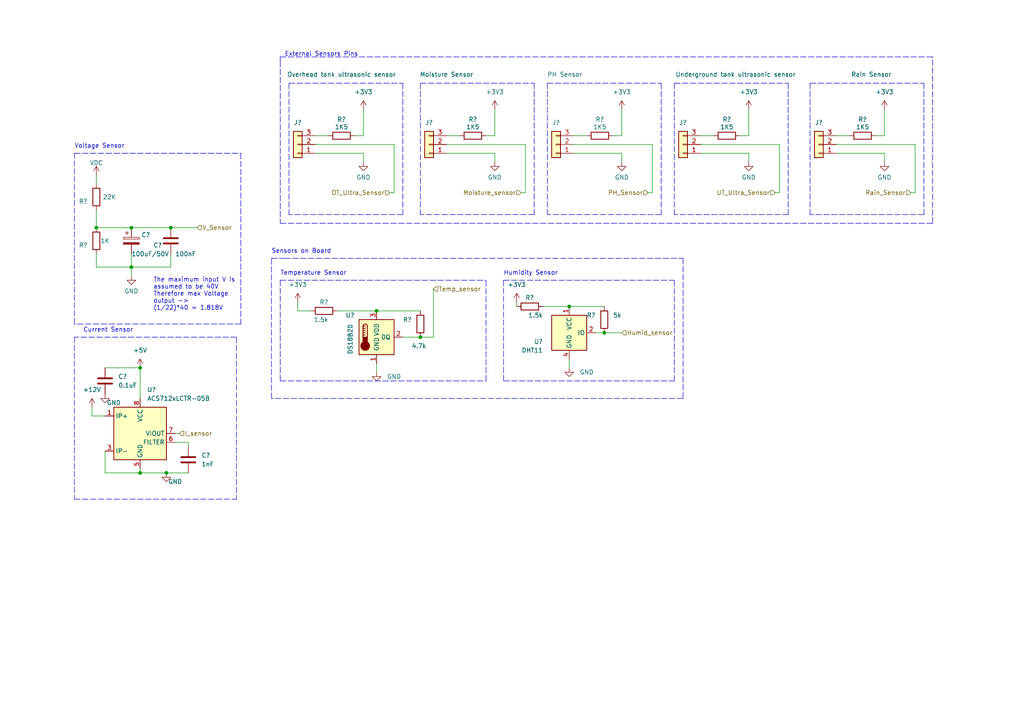
<source format=kicad_sch>
(kicad_sch (version 20211123) (generator eeschema)
  (paper "A4")
  (lib_symbols
    (symbol "Connector_Generic:Conn_01x03" (pin_names (offset 1.016) hide)
      (property "Reference" "J" (at 0 5.08 0))
      (property "Value" "Conn_01x03" (at 0 -5.08 0))
      (symbol "Conn_01x03_1_1"
        (rectangle (start -1.27 -2.413) (end 0 -2.667) (stroke (width 0.1524)))
        (rectangle (start -1.27 0.127) (end 0 -0.127) (stroke (width 0.1524)))
        (rectangle (start -1.27 2.667) (end 0 2.413) (stroke (width 0.1524)))
        (rectangle (start -1.27 3.81) (end 1.27 -3.81) (stroke (width 0.254)) (fill (type background)))
        (pin passive line (at -5.08 2.54 0) (length 3.81) (name "Pin_1") (number "1"))
        (pin passive line (at -5.08 0 0) (length 3.81) (name "Pin_2") (number "2"))
        (pin passive line (at -5.08 -2.54 0) (length 3.81) (name "Pin_3") (number "3"))
      )
    )
    (symbol "Device:C" (pin_numbers hide) (pin_names (offset 0.254))
      (property "Reference" "C" (at 0.635 2.54 0))
      (property "Value" "C" (at 0.635 -2.54 0))
      (symbol "C_0_1"
        (polyline (pts (xy -2.032 -0.762) (xy 2.032 -0.762)) (stroke (width 0.508)))
        (polyline (pts (xy -2.032 0.762) (xy 2.032 0.762)) (stroke (width 0.508)))
      )
      (symbol "C_1_1"
        (pin passive line (at 0 3.81 270) (length 2.794) (name "~") (number "1"))
        (pin passive line (at 0 -3.81 90) (length 2.794) (name "~") (number "2"))
      )
    )
    (symbol "Device:C_Polarized" (pin_numbers hide) (pin_names (offset 0.254))
      (property "Reference" "C" (at 0.635 2.54 0))
      (property "Value" "C_Polarized" (at 0.635 -2.54 0))
      (symbol "C_Polarized_0_1"
        (rectangle (start -2.286 0.508) (end 2.286 1.016))
        (polyline (pts (xy -1.778 2.286) (xy -0.762 2.286)))
        (polyline (pts (xy -1.27 2.794) (xy -1.27 1.778)))
        (rectangle (start 2.286 -0.508) (end -2.286 -1.016) (fill (type outline)))
      )
      (symbol "C_Polarized_1_1"
        (pin passive line (at 0 3.81 270) (length 2.794) (name "~") (number "1"))
        (pin passive line (at 0 -3.81 90) (length 2.794) (name "~") (number "2"))
      )
    )
    (symbol "Device:R" (pin_numbers hide) (pin_names (offset 0))
      (property "Reference" "R" (at 2.032 0 90))
      (property "Value" "R" (at 0 0 90))
      (symbol "R_0_1"
        (rectangle (start -1.016 -2.54) (end 1.016 2.54) (stroke (width 0.254)))
      )
      (symbol "R_1_1"
        (pin passive line (at 0 3.81 270) (length 1.27) (name "~") (number "1"))
        (pin passive line (at 0 -3.81 90) (length 1.27) (name "~") (number "2"))
      )
    )
    (symbol "Sensor:DHT11"
      (property "Reference" "U" (at -3.81 6.35 0))
      (property "Value" "DHT11" (at 3.81 6.35 0))
      (symbol "DHT11_0_1"
        (rectangle (start -5.08 5.08) (end 5.08 -5.08) (stroke (width 0.254)) (fill (type background)))
      )
      (symbol "DHT11_1_1"
        (pin power_in line (at 0 7.62 270) (length 2.54) (name "VCC") (number "1"))
        (pin bidirectional line (at 7.62 0 180) (length 2.54) (name "IO") (number "2"))
        (pin no_connect line (at -5.08 0 0) (length 2.54) hide (name "NC") (number "3"))
        (pin power_in line (at 0 -7.62 90) (length 2.54) (name "GND") (number "4"))
      )
    )
    (symbol "Sensor_Current:ACS712xLCTR-05B"
      (property "Reference" "U" (at 2.54 11.43 0))
      (property "Value" "ACS712xLCTR-05B" (at 2.54 8.89 0))
      (symbol "ACS712xLCTR-05B_0_1"
        (rectangle (start -7.62 7.62) (end 7.62 -7.62) (stroke (width 0.254)) (fill (type background)))
      )
      (symbol "ACS712xLCTR-05B_1_1"
        (pin passive line (at -10.16 5.08 0) (length 2.54) (name "IP+") (number "1"))
        (pin passive line (at -10.16 5.08 0) (length 2.54) hide (name "IP+") (number "2"))
        (pin passive line (at -10.16 -5.08 0) (length 2.54) (name "IP-") (number "3"))
        (pin passive line (at -10.16 -5.08 0) (length 2.54) hide (name "IP-") (number "4"))
        (pin power_in line (at 0 -10.16 90) (length 2.54) (name "GND") (number "5"))
        (pin passive line (at 10.16 -2.54 180) (length 2.54) (name "FILTER") (number "6"))
        (pin output line (at 10.16 0 180) (length 2.54) (name "VIOUT") (number "7"))
        (pin power_in line (at 0 10.16 270) (length 2.54) (name "VCC") (number "8"))
      )
    )
    (symbol "Sensor_Temperature:DS18B20" (pin_names (offset 1.016))
      (property "Reference" "U" (at -3.81 6.35 0))
      (property "Value" "DS18B20" (at 6.35 6.35 0))
      (symbol "DS18B20_0_1"
        (rectangle (start -5.08 5.08) (end 5.08 -5.08) (stroke (width 0.254)) (fill (type background)))
        (circle (center -3.302 -2.54) (radius 1.27) (stroke (width 0.254)) (fill (type outline)))
        (rectangle (start -2.667 -1.905) (end -3.937 0) (stroke (width 0.254)) (fill (type outline)))
        (arc (start -2.667 3.175) (mid -3.302 3.81) (end -3.937 3.175) (stroke (width 0.254)))
        (polyline (pts (xy -3.937 0.635) (xy -3.302 0.635)) (stroke (width 0.254)))
        (polyline (pts (xy -3.937 1.27) (xy -3.302 1.27)) (stroke (width 0.254)))
        (polyline (pts (xy -3.937 1.905) (xy -3.302 1.905)) (stroke (width 0.254)))
        (polyline (pts (xy -3.937 2.54) (xy -3.302 2.54)) (stroke (width 0.254)))
        (polyline (pts (xy -3.937 3.175) (xy -3.937 0)) (stroke (width 0.254)))
        (polyline (pts (xy -3.937 3.175) (xy -3.302 3.175)) (stroke (width 0.254)))
        (polyline (pts (xy -2.667 3.175) (xy -2.667 0)) (stroke (width 0.254)))
      )
      (symbol "DS18B20_1_1"
        (pin power_in line (at 0 -7.62 90) (length 2.54) (name "GND") (number "1"))
        (pin bidirectional line (at 7.62 0 180) (length 2.54) (name "DQ") (number "2"))
        (pin power_in line (at 0 7.62 270) (length 2.54) (name "VDD") (number "3"))
      )
    )
    (symbol "power:+12V" (power) (pin_names (offset 0))
      (property "Value" "+12V" (at 0 3.556 0))
      (symbol "+12V_0_1"
        (polyline (pts (xy -0.762 1.27) (xy 0 2.54)))
        (polyline (pts (xy 0 0) (xy 0 2.54)))
        (polyline (pts (xy 0 2.54) (xy 0.762 1.27)))
      )
      (symbol "+12V_1_1"
        (pin power_in line (at 0 0 90) (length 0) hide (name "+12V") (number "1"))
      )
    )
    (symbol "power:+3V3" (power) (pin_names (offset 0))
      (property "Value" "+3V3" (at 0 3.556 0))
      (symbol "+3V3_0_1"
        (polyline (pts (xy -0.762 1.27) (xy 0 2.54)))
        (polyline (pts (xy 0 0) (xy 0 2.54)))
        (polyline (pts (xy 0 2.54) (xy 0.762 1.27)))
      )
      (symbol "+3V3_1_1"
        (pin power_in line (at 0 0 90) (length 0) hide (name "+3V3") (number "1"))
      )
    )
    (symbol "power:+5V" (power) (pin_names (offset 0))
      (property "Value" "+5V" (at 0 3.556 0))
      (symbol "+5V_0_1"
        (polyline (pts (xy -0.762 1.27) (xy 0 2.54)))
        (polyline (pts (xy 0 0) (xy 0 2.54)))
        (polyline (pts (xy 0 2.54) (xy 0.762 1.27)))
      )
      (symbol "+5V_1_1"
        (pin power_in line (at 0 0 90) (length 0) hide (name "+5V") (number "1"))
      )
    )
    (symbol "power:GND" (power) (pin_names (offset 0))
      (property "Value" "GND" (at 0 -3.81 0))
      (symbol "GND_0_1"
        (polyline (pts (xy 0 0) (xy 0 -1.27) (xy 1.27 -1.27) (xy 0 -2.54) (xy -1.27 -1.27) (xy 0 -1.27)))
      )
      (symbol "GND_1_1"
        (pin power_in line (at 0 0 270) (length 0) hide (name "GND") (number "1"))
      )
    )
    (symbol "power:VDC" (power) (pin_names (offset 0))
      (property "Value" "VDC" (at 0 6.35 0))
      (symbol "VDC_0_1"
        (polyline (pts (xy -0.762 1.27) (xy 0 2.54)))
        (polyline (pts (xy 0 0) (xy 0 2.54)))
        (polyline (pts (xy 0 2.54) (xy 0.762 1.27)))
      )
      (symbol "VDC_1_1"
        (pin power_in line (at 0 0 90) (length 0) hide (name "VDC") (number "1"))
      )
    )
  )
  (junction (at 40.64 106.68))
  (junction (at 38.1 66.04))
  (junction (at 121.92 97.79))
  (junction (at 175.26 96.52))
  (junction (at 109.22 90.17))
  (junction (at 165.1 88.9))
  (junction (at 40.64 137.16))
  (junction (at 38.1 77.47))
  (junction (at 49.53 66.04))
  (junction (at 48.26 137.16))
  (junction (at 27.94 66.04))
  (wire (pts (xy 27.94 73.66) (xy 27.94 77.47)))
  (wire (pts (xy 54.61 137.16) (xy 48.26 137.16)))
  (polyline (pts (xy 228.6 24.13) (xy 228.6 62.23)))
  (polyline (pts (xy 121.92 24.13) (xy 121.92 62.23)))
  (wire (pts (xy 165.1 88.9) (xy 175.26 88.9)))
  (polyline (pts (xy 154.94 62.23) (xy 121.92 62.23)))
  (polyline (pts (xy 234.95 24.13) (xy 234.95 62.23)))
  (wire (pts (xy 49.53 73.66) (xy 49.53 77.47)))
  (polyline (pts (xy 21.59 44.45) (xy 69.85 44.45)))
  (polyline (pts (xy 78.74 74.93) (xy 82.55 74.93)))
  (polyline (pts (xy 195.58 24.13) (xy 195.58 62.23)))
  (polyline (pts (xy 116.84 62.23) (xy 83.82 62.23)))
  (polyline (pts (xy 121.92 24.13) (xy 154.94 24.13)))
  (polyline (pts (xy 81.28 16.51) (xy 270.51 16.51)))
  (polyline (pts (xy 21.59 93.98) (xy 21.59 44.45)))
  (wire (pts (xy 217.17 31.75) (xy 217.17 39.37)))
  (wire (pts (xy 38.1 77.47) (xy 49.53 77.47)))
  (polyline (pts (xy 78.74 115.57) (xy 78.74 74.93)))
  (wire (pts (xy 242.57 44.45) (xy 256.54 44.45)))
  (polyline (pts (xy 21.59 44.45) (xy 69.85 44.45)))
  (polyline (pts (xy 82.55 74.93) (xy 198.12 74.93)))
  (wire (pts (xy 224.79 55.88) (xy 226.06 55.88)))
  (wire (pts (xy 180.34 31.75) (xy 180.34 39.37)))
  (wire (pts (xy 157.48 88.9) (xy 165.1 88.9)))
  (polyline (pts (xy 81.28 81.28) (xy 81.28 110.49)))
  (wire (pts (xy 121.92 97.79) (xy 125.73 97.79)))
  (wire (pts (xy 265.43 55.88) (xy 265.43 41.91)))
  (wire (pts (xy 50.8 125.73) (xy 52.07 125.73)))
  (polyline (pts (xy 158.75 24.13) (xy 158.75 62.23)))
  (wire (pts (xy 50.8 128.27) (xy 54.61 128.27)))
  (wire (pts (xy 242.57 41.91) (xy 265.43 41.91)))
  (wire (pts (xy 189.23 55.88) (xy 189.23 41.91)))
  (polyline (pts (xy 195.58 24.13) (xy 228.6 24.13)))
  (wire (pts (xy 116.84 97.79) (xy 121.92 97.79)))
  (wire (pts (xy 217.17 44.45) (xy 217.17 46.99)))
  (wire (pts (xy 102.87 39.37) (xy 105.41 39.37)))
  (wire (pts (xy 91.44 44.45) (xy 105.41 44.45)))
  (wire (pts (xy 38.1 66.04) (xy 49.53 66.04)))
  (polyline (pts (xy 146.05 81.28) (xy 195.58 81.28)))
  (polyline (pts (xy 191.77 62.23) (xy 158.75 62.23)))
  (wire (pts (xy 40.64 137.16) (xy 40.64 135.89)))
  (wire (pts (xy 27.94 66.04) (xy 38.1 66.04)))
  (wire (pts (xy 180.34 44.45) (xy 180.34 46.99)))
  (wire (pts (xy 54.61 128.27) (xy 54.61 129.54)))
  (wire (pts (xy 214.63 39.37) (xy 217.17 39.37)))
  (polyline (pts (xy 267.97 24.13) (xy 267.97 62.23)))
  (polyline (pts (xy 81.28 81.28) (xy 140.97 81.28)))
  (wire (pts (xy 30.48 130.81) (xy 30.48 137.16)))
  (wire (pts (xy 254 39.37) (xy 256.54 39.37)))
  (polyline (pts (xy 195.58 110.49) (xy 195.58 81.28)))
  (polyline (pts (xy 83.82 24.13) (xy 83.82 62.23)))
  (polyline (pts (xy 21.59 144.78) (xy 68.58 144.78)))
  (polyline (pts (xy 81.28 110.49) (xy 140.97 110.49)))
  (polyline (pts (xy 21.59 97.79) (xy 21.59 144.78)))
  (polyline (pts (xy 68.58 97.79) (xy 21.59 97.79)))
  (wire (pts (xy 226.06 55.88) (xy 226.06 41.91)))
  (wire (pts (xy 140.97 39.37) (xy 143.51 39.37)))
  (wire (pts (xy 27.94 60.96) (xy 27.94 66.04)))
  (polyline (pts (xy 69.85 93.98) (xy 21.59 93.98)))
  (wire (pts (xy 125.73 83.82) (xy 125.73 97.79)))
  (wire (pts (xy 27.94 50.8) (xy 27.94 53.34)))
  (wire (pts (xy 105.41 44.45) (xy 105.41 46.99)))
  (polyline (pts (xy 146.05 81.28) (xy 146.05 110.49)))
  (polyline (pts (xy 198.12 115.57) (xy 78.74 115.57)))
  (wire (pts (xy 90.17 90.17) (xy 86.36 90.17)))
  (wire (pts (xy 129.54 44.45) (xy 143.51 44.45)))
  (wire (pts (xy 172.72 96.52) (xy 175.26 96.52)))
  (wire (pts (xy 91.44 41.91) (xy 114.3 41.91)))
  (wire (pts (xy 30.48 137.16) (xy 40.64 137.16)))
  (wire (pts (xy 129.54 39.37) (xy 133.35 39.37)))
  (wire (pts (xy 114.3 55.88) (xy 114.3 41.91)))
  (wire (pts (xy 26.67 118.11) (xy 26.67 120.65)))
  (wire (pts (xy 166.37 39.37) (xy 170.18 39.37)))
  (polyline (pts (xy 154.94 24.13) (xy 154.94 62.23)))
  (wire (pts (xy 165.1 104.14) (xy 165.1 106.68)))
  (wire (pts (xy 149.86 87.63) (xy 149.86 88.9)))
  (wire (pts (xy 166.37 41.91) (xy 189.23 41.91)))
  (wire (pts (xy 256.54 44.45) (xy 256.54 46.99)))
  (wire (pts (xy 40.64 106.68) (xy 40.64 115.57)))
  (wire (pts (xy 27.94 77.47) (xy 38.1 77.47)))
  (wire (pts (xy 38.1 77.47) (xy 38.1 80.01)))
  (wire (pts (xy 49.53 66.04) (xy 57.15 66.04)))
  (polyline (pts (xy 81.28 17.78) (xy 81.28 64.77)))
  (wire (pts (xy 203.2 39.37) (xy 207.01 39.37)))
  (polyline (pts (xy 81.28 64.77) (xy 270.51 64.77)))
  (polyline (pts (xy 191.77 24.13) (xy 191.77 62.23)))
  (polyline (pts (xy 83.82 24.13) (xy 116.84 24.13)))
  (polyline (pts (xy 228.6 62.23) (xy 195.58 62.23)))
  (wire (pts (xy 97.79 90.17) (xy 109.22 90.17)))
  (wire (pts (xy 26.67 120.65) (xy 30.48 120.65)))
  (wire (pts (xy 48.26 137.16) (xy 40.64 137.16)))
  (wire (pts (xy 203.2 44.45) (xy 217.17 44.45)))
  (polyline (pts (xy 116.84 24.13) (xy 116.84 62.23)))
  (wire (pts (xy 177.8 39.37) (xy 180.34 39.37)))
  (wire (pts (xy 91.44 39.37) (xy 95.25 39.37)))
  (polyline (pts (xy 267.97 62.23) (xy 234.95 62.23)))
  (wire (pts (xy 203.2 41.91) (xy 226.06 41.91)))
  (wire (pts (xy 30.48 106.68) (xy 40.64 106.68)))
  (polyline (pts (xy 234.95 24.13) (xy 267.97 24.13)))
  (wire (pts (xy 166.37 44.45) (xy 180.34 44.45)))
  (wire (pts (xy 151.13 55.88) (xy 152.4 55.88)))
  (wire (pts (xy 143.51 44.45) (xy 143.51 46.99)))
  (wire (pts (xy 113.03 55.88) (xy 114.3 55.88)))
  (wire (pts (xy 187.96 55.88) (xy 189.23 55.88)))
  (wire (pts (xy 175.26 96.52) (xy 180.34 96.52)))
  (polyline (pts (xy 69.85 44.45) (xy 69.85 93.98)))
  (polyline (pts (xy 146.05 110.49) (xy 195.58 110.49)))
  (wire (pts (xy 109.22 105.41) (xy 109.22 107.95)))
  (wire (pts (xy 109.22 90.17) (xy 121.92 90.17)))
  (wire (pts (xy 38.1 73.66) (xy 38.1 77.47)))
  (wire (pts (xy 105.41 31.75) (xy 105.41 39.37)))
  (wire (pts (xy 143.51 31.75) (xy 143.51 39.37)))
  (wire (pts (xy 129.54 41.91) (xy 152.4 41.91)))
  (polyline (pts (xy 140.97 110.49) (xy 140.97 81.28)))
  (polyline (pts (xy 270.51 64.77) (xy 270.51 16.51)))
  (polyline (pts (xy 68.58 97.79) (xy 68.58 144.78)))
  (wire (pts (xy 264.16 55.88) (xy 265.43 55.88)))
  (wire (pts (xy 242.57 39.37) (xy 246.38 39.37)))
  (wire (pts (xy 256.54 31.75) (xy 256.54 39.37)))
  (wire (pts (xy 86.36 87.63) (xy 86.36 90.17)))
  (polyline (pts (xy 81.28 16.51) (xy 81.28 17.78)))
  (polyline (pts (xy 198.12 74.93) (xy 198.12 115.57)))
  (polyline (pts (xy 158.75 24.13) (xy 191.77 24.13)))
  (wire (pts (xy 152.4 55.88) (xy 152.4 41.91)))
  (text "Sensors on Board" (at 78.74 73.66 0) (effects (font (size 1.27 1.27)) (justify left bottom)))
  (text "Humidity Sensor\n" (at 146.05 80.01 0) (effects (font (size 1.27 1.27)) (justify left bottom)))
  (text "The maximum input V is \nassumed to be 40V\nTherefore max Voltage\noutput -> \n(1/22)*40 = 1.818V\n" (at 44.45 90.17 0) (effects (font (size 1.27 1.27)) (justify left bottom)))
  (text "Current Sensor" (at 24.13 96.52 0) (effects (font (size 1.27 1.27)) (justify left bottom)))
  (text "Temperature Sensor\n" (at 81.28 80.01 0) (effects (font (size 1.27 1.27)) (justify left bottom)))
  (text "Voltage Sensor" (at 21.59 43.18 0) (effects (font (size 1.27 1.27)) (justify left bottom)))
  (text "External Sensors Pins\n" (at 82.55 16.51 0) (effects (font (size 1.27 1.27)) (justify left bottom)))
  (hierarchical_label "Humid_sensor" (shape input) (at 180.34 96.52 0))
  (hierarchical_label "Rain_Sensor" (shape input) (at 264.16 55.88 180))
  (hierarchical_label "UT_Ultra_Sensor" (shape input) (at 224.79 55.88 180))
  (hierarchical_label "V_Sensor" (shape input) (at 57.15 66.04 0))
  (hierarchical_label "I_sensor" (shape input) (at 52.07 125.73 0))
  (hierarchical_label "Moisture_sensor" (shape input) (at 151.13 55.88 180))
  (hierarchical_label "Temp_sensor" (shape input) (at 125.73 83.82 0))
  (hierarchical_label "PH_Sensor" (shape input) (at 187.96 55.88 180))
  (hierarchical_label "OT_Ultra_Sensor" (shape input) (at 113.03 55.88 180))
  (symbol (lib_id "Sensor_Current:ACS712xLCTR-05B") (at 40.64 125.73 0) (unit 1)
    (property "Reference" "U?" (at 42.6594 113.03 0) (effects (justify left)))
    (property "Value" "ACS712xLCTR-05B" (at 42.6594 115.57 0) (effects (justify left)))
    (property "Footprint" "Package_SO:SOIC-8_3.9x4.9mm_P1.27mm" (effects hide))
    (property "Datasheet" "http://www.allegromicro.com/~/media/Files/Datasheets/ACS712-Datasheet.ashx?la=en" (effects hide))
  )
  (symbol (lib_id "power:VDC") (at 27.94 50.8 0) (unit 1)
    (property "Reference" "#PWR?" (effects hide))
    (property "Value" "VDC" (at 27.94 47.2242 0))
  )
  (symbol (lib_id "Device:R") (at 173.99 39.37 90) (unit 1)
    (property "Reference" "R?" (at 173.99 34.6542 90))
    (property "Value" "1K5" (at 173.99 36.83 90))
    (property "Footprint" "Resistor_SMD:R_0603_1608Metric" (effects hide))
  )
  (symbol (lib_id "Sensor_Temperature:DS18B20") (at 109.22 97.79 0) (unit 1)
    (property "Reference" "U?" (at 102.87 91.44 0) (effects (justify right)))
    (property "Value" "DS18B20" (at 101.6 93.98 90) (effects (justify right)))
    (property "Footprint" "Package_TO_SOT_THT:TO-92_Inline" (effects hide))
    (property "Datasheet" "http://datasheets.maximintegrated.com/en/ds/DS18B20.pdf" (effects hide))
  )
  (symbol (lib_id "power:+3V3") (at 180.34 31.75 0) (unit 1)
    (property "Reference" "#PWR?" (effects hide))
    (property "Value" "+3V3" (at 180.34 26.67 0))
  )
  (symbol (lib_id "power:+5V") (at 40.64 106.68 0) (unit 1)
    (property "Reference" "#PWR?" (effects hide))
    (property "Value" "+5V" (at 40.64 101.6 0))
  )
  (symbol (lib_id "power:GND") (at 109.22 107.95 0) (unit 1)
    (property "Reference" "#PWR?" (effects hide))
    (property "Value" "GND" (at 114.3 109.22 0))
  )
  (symbol (lib_id "power:+3V3") (at 217.17 31.75 0) (unit 1)
    (property "Reference" "#PWR?" (effects hide))
    (property "Value" "+3V3" (at 217.17 26.67 0))
  )
  (symbol (lib_id "Device:R") (at 175.26 92.71 180) (unit 1)
    (property "Reference" "R?" (at 170.18 91.44 0) (effects (justify right)))
    (property "Value" "5k" (at 177.8 91.44 0) (effects (justify right)))
    (property "Footprint" "Resistor_SMD:R_0603_1608Metric" (effects hide))
  )
  (symbol (lib_id "Connector_Generic:Conn_01x03") (at 161.29 41.91 180) (unit 1)
    (property "Reference" "J?" (at 161.29 35.56 0))
    (property "Value" "PH Sensor" (at 163.83 21.59 0))
  )
  (symbol (lib_id "power:+3V3") (at 256.54 31.75 0) (unit 1)
    (property "Reference" "#PWR?" (effects hide))
    (property "Value" "+3V3" (at 256.54 26.67 0))
  )
  (symbol (lib_id "power:GND") (at 105.41 46.99 0) (unit 1)
    (property "Reference" "#PWR?" (effects hide))
    (property "Value" "GND" (at 105.41 51.4334 0))
  )
  (symbol (lib_id "power:GND") (at 143.51 46.99 0) (unit 1)
    (property "Reference" "#PWR?" (effects hide))
    (property "Value" "GND" (at 143.51 51.4334 0))
  )
  (symbol (lib_id "power:+3V3") (at 149.86 87.63 0) (unit 1)
    (property "Reference" "#PWR?" (effects hide))
    (property "Value" "+3V3" (at 149.86 82.55 0))
  )
  (symbol (lib_id "power:GND") (at 256.54 46.99 0) (unit 1)
    (property "Reference" "#PWR?" (effects hide))
    (property "Value" "GND" (at 256.54 51.4334 0))
  )
  (symbol (lib_id "Connector_Generic:Conn_01x03") (at 237.49 41.91 180) (unit 1)
    (property "Reference" "J?" (at 237.49 35.56 0))
    (property "Value" "Rain Sensor" (at 252.73 21.59 0))
  )
  (symbol (lib_id "power:GND") (at 38.1 80.01 0) (unit 1)
    (property "Reference" "#PWR?" (effects hide))
    (property "Value" "GND" (at 38.1 84.4534 0))
  )
  (symbol (lib_id "Device:C_Polarized") (at 38.1 69.85 0) (unit 1)
    (property "Reference" "C?" (at 41.021 68.1263 0) (effects (justify left)))
    (property "Value" "100uF/50V" (at 38.1 73.66 0) (effects (justify left)))
    (property "Footprint" "Capacitor_SMD:C_0603_1608Metric" (effects hide))
  )
  (symbol (lib_id "Device:R") (at 27.94 69.85 180) (unit 1)
    (property "Reference" "R?" (at 24.13 71.12 0))
    (property "Value" "1K" (at 30.48 69.85 0))
    (property "Footprint" "Resistor_SMD:R_0603_1608Metric" (effects hide))
  )
  (symbol (lib_id "Device:R") (at 93.98 90.17 270) (unit 1)
    (property "Reference" "R?" (at 95.25 87.63 90) (effects (justify right)))
    (property "Value" "1.5k" (at 95.25 92.71 90) (effects (justify right)))
    (property "Footprint" "Resistor_SMD:R_0603_1608Metric" (effects hide))
  )
  (symbol (lib_id "power:GND") (at 180.34 46.99 0) (unit 1)
    (property "Reference" "#PWR?" (effects hide))
    (property "Value" "GND" (at 180.34 51.4334 0))
  )
  (symbol (lib_id "power:GND") (at 48.26 137.16 0) (unit 1)
    (property "Reference" "#PWR?" (effects hide))
    (property "Value" "GND" (at 50.8 139.7 0))
  )
  (symbol (lib_id "power:+3V3") (at 105.41 31.75 0) (unit 1)
    (property "Reference" "#PWR?" (effects hide))
    (property "Value" "+3V3" (at 105.41 26.67 0))
  )
  (symbol (lib_id "power:+3V3") (at 86.36 87.63 0) (unit 1)
    (property "Reference" "#PWR?" (effects hide))
    (property "Value" "+3V3" (at 86.36 82.55 0))
  )
  (symbol (lib_id "power:GND") (at 30.48 114.3 0) (unit 1)
    (property "Reference" "#PWR?" (effects hide))
    (property "Value" "GND" (at 33.02 116.84 0))
  )
  (symbol (lib_id "Device:C") (at 49.53 69.85 0) (unit 1)
    (property "Reference" "C?" (at 44.45 71.12 0) (effects (justify left)))
    (property "Value" "100nF" (at 50.8 73.66 0) (effects (justify left)))
    (property "Footprint" "Capacitor_SMD:C_0603_1608Metric" (effects hide))
  )
  (symbol (lib_id "power:GND") (at 165.1 106.68 0) (unit 1)
    (property "Reference" "#PWR?" (effects hide))
    (property "Value" "GND" (at 170.18 107.95 0))
  )
  (symbol (lib_id "Sensor:DHT11") (at 165.1 96.52 0) (unit 1)
    (property "Reference" "U?" (at 157.48 99.06 0) (effects (justify right)))
    (property "Value" "DHT11" (at 157.48 101.6 0) (effects (justify right)))
    (property "Footprint" "Sensor:Aosong_DHT11_5.5x12.0_P2.54mm" (effects hide))
    (property "Datasheet" "http://akizukidenshi.com/download/ds/aosong/DHT11.pdf" (effects hide))
  )
  (symbol (lib_id "Device:C") (at 30.48 110.49 0) (unit 1)
    (property "Reference" "C?" (at 34.29 109.2199 0) (effects (justify left)))
    (property "Value" "0.1uF" (at 34.29 111.7599 0) (effects (justify left)))
    (property "Footprint" "Capacitor_SMD:C_0603_1608Metric" (effects hide))
  )
  (symbol (lib_id "Connector_Generic:Conn_01x03") (at 198.12 41.91 180) (unit 1)
    (property "Reference" "J?" (at 198.12 35.56 0))
    (property "Value" "Underground tank ultrasonic sensor" (at 213.36 21.59 0))
  )
  (symbol (lib_id "Device:R") (at 99.06 39.37 90) (unit 1)
    (property "Reference" "R?" (at 99.06 34.6542 90))
    (property "Value" "1K5" (at 99.06 36.83 90))
    (property "Footprint" "Resistor_SMD:R_0603_1608Metric" (effects hide))
  )
  (symbol (lib_id "Connector_Generic:Conn_01x03") (at 124.46 41.91 180) (unit 1)
    (property "Reference" "J?" (at 124.46 35.56 0))
    (property "Value" "Moisture Sensor" (at 129.54 21.59 0))
  )
  (symbol (lib_id "Device:R") (at 121.92 93.98 180) (unit 1)
    (property "Reference" "R?" (at 116.84 92.71 0) (effects (justify right)))
    (property "Value" "4.7k" (at 119.38 100.33 0) (effects (justify right)))
    (property "Footprint" "Resistor_SMD:R_0603_1608Metric" (effects hide))
  )
  (symbol (lib_id "Device:R") (at 250.19 39.37 90) (unit 1)
    (property "Reference" "R?" (at 250.19 34.6542 90))
    (property "Value" "1K5" (at 250.19 36.83 90))
    (property "Footprint" "Resistor_SMD:R_0603_1608Metric" (effects hide))
  )
  (symbol (lib_id "power:GND") (at 217.17 46.99 0) (unit 1)
    (property "Reference" "#PWR?" (effects hide))
    (property "Value" "GND" (at 217.17 51.4334 0))
  )
  (symbol (lib_id "power:+3V3") (at 143.51 31.75 0) (unit 1)
    (property "Reference" "#PWR?" (effects hide))
    (property "Value" "+3V3" (at 143.51 26.67 0))
  )
  (symbol (lib_id "Device:R") (at 27.94 57.15 180) (unit 1)
    (property "Reference" "R?" (at 24.13 58.42 0))
    (property "Value" "22K" (at 31.75 57.15 0))
    (property "Footprint" "Resistor_SMD:R_0603_1608Metric" (effects hide))
  )
  (symbol (lib_id "Device:R") (at 210.82 39.37 90) (unit 1)
    (property "Reference" "R?" (at 210.82 34.6542 90))
    (property "Value" "1K5" (at 210.82 36.83 90))
    (property "Footprint" "Resistor_SMD:R_0603_1608Metric" (effects hide))
  )
  (symbol (lib_id "Device:C") (at 54.61 133.35 0) (unit 1)
    (property "Reference" "C?" (at 58.42 132.0799 0) (effects (justify left)))
    (property "Value" "1nF" (at 58.42 134.6199 0) (effects (justify left)))
    (property "Footprint" "Capacitor_SMD:C_0603_1608Metric" (effects hide))
  )
  (symbol (lib_id "Connector_Generic:Conn_01x03") (at 86.36 41.91 180) (unit 1)
    (property "Reference" "J?" (at 86.36 35.56 0))
    (property "Value" "Overhead tank ultrasonic sensor" (at 99.06 21.59 0))
  )
  (symbol (lib_id "Device:R") (at 153.67 88.9 270) (unit 1)
    (property "Reference" "R?" (at 154.94 86.36 90) (effects (justify right)))
    (property "Value" "1.5k" (at 157.48 91.44 90) (effects (justify right)))
    (property "Footprint" "Resistor_SMD:R_0603_1608Metric" (effects hide))
  )
  (symbol (lib_id "Device:R") (at 137.16 39.37 90) (unit 1)
    (property "Reference" "R?" (at 137.16 34.6542 90))
    (property "Value" "1K5" (at 137.16 36.83 90))
    (property "Footprint" "Resistor_SMD:R_0603_1608Metric" (effects hide))
  )
  (symbol (lib_id "power:+12V") (at 26.67 118.11 0) (unit 1)
    (property "Reference" "#PWR?" (effects hide))
    (property "Value" "+12V" (at 26.67 113.03 0))
  )
)
</source>
